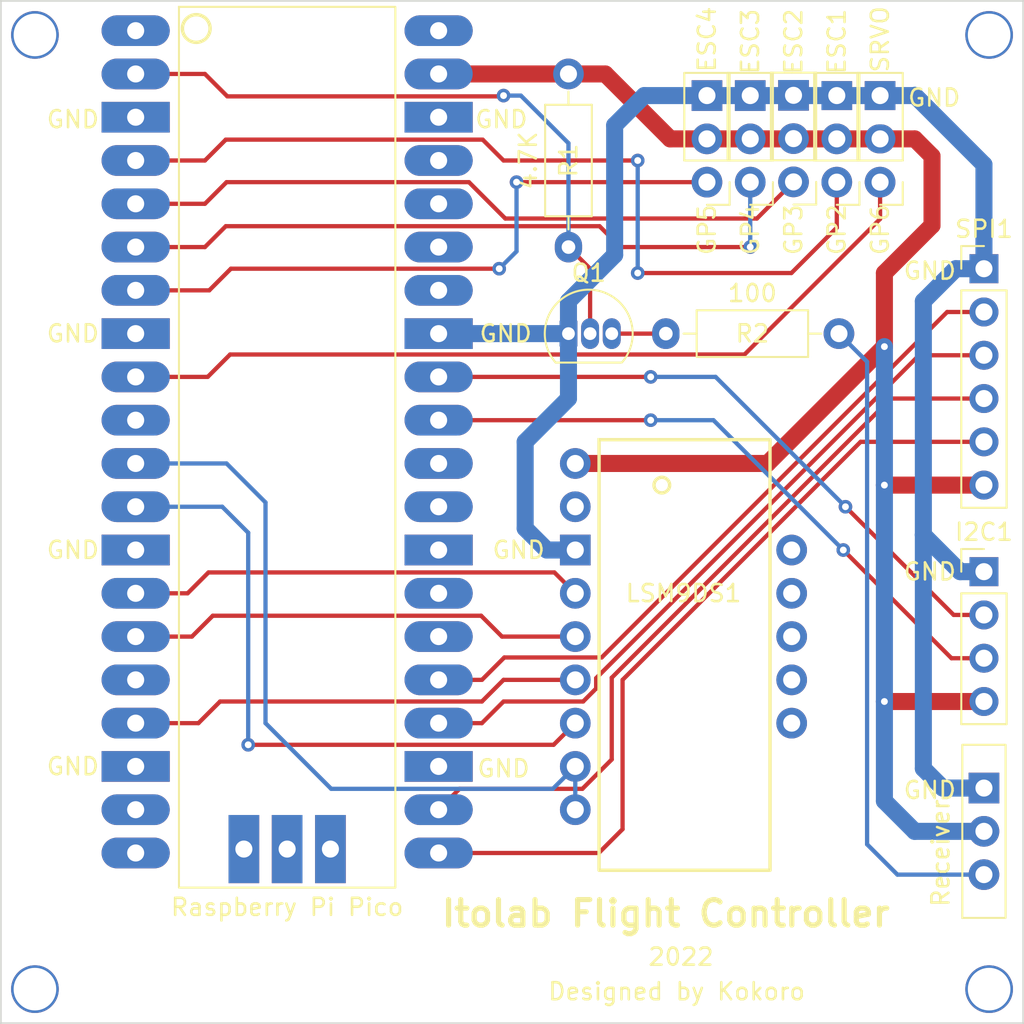
<source format=kicad_pcb>
(kicad_pcb (version 20211014) (generator pcbnew)
  (layers (0 "F.Cu" signal) (31 "B.Cu" signal) (34 "B.Paste" user) (35 "F.Paste" user) (36 "B.SilkS" user "B.Silkscreen") (37 "F.SilkS" user "F.Silkscreen") (38 "B.Mask" user) (39 "F.Mask" user) (44 "Edge.Cuts" user))
  (net 0 "")
  (net 1 "+6V")
  (net 2 "+3V3")
  (net 3 "Net-(R2-Pad1)")
  (net 4 "Net-(U1-Pad12)")
  (net 5 "Net-(U1-Pad14)")
  (net 6 "Net-(U1-Pad15)")
  (net 7 "Net-(U1-Pad17)")
  (net 25 "Net-(Q1-Pad3)")
  (net 27 "Net-(U2-Pad9)")
  (net 28 "GND")
  (net 29 "Net-(I2C1-Pad3)")
  (net 30 "Net-(SPI1-Pad4)")
  (net 33 "Net-(I2C1-Pad2)")
  (net 34 "Net-(Q1-Pad2)")
  (net 35 "Net-(SPI1-Pad5)")
  (net 36 "Net-(SPI1-Pad3)")
  (net 37 "Net-(SPI1-Pad2)")
  (net 39 "Net-(GP2-Pad1)")
  (net 40 "Net-(GP3-Pad1)")
  (net 41 "Net-(GP4-Pad1)")
  (net 42 "Net-(GP5-Pad1)")
  (net 43 "Net-(GP6-Pad1)")
  (footprint "Connector_PinHeader_2.54mm:PinHeader_1x03_P2.54mm_Vertical" (layer "F.Cu") (at 101.6 40.64 180)
    (fp_text reference "GP6" (at 0 -2.794 270) (layer "F.SilkS"))
    (fp_text value "SRVO" (at 0 8.382 270) (layer "F.SilkS"))
    (fp_line (start -1.33 -1.33) (end 0 -1.33) (layer "F.SilkS") (width 0.12))
    (fp_line (start -1.33 6.41) (end 1.33 6.41) (layer "F.SilkS") (width 0.12))
    (fp_line (start 1.33 1.27) (end 1.33 6.41) (layer "F.SilkS") (width 0.12))
    (fp_line (start -1.33 1.27) (end 1.33 1.27) (layer "F.SilkS") (width 0.12))
    (fp_line (start -1.33 1.27) (end -1.33 6.41) (layer "F.SilkS") (width 0.12))
    (fp_line (start -1.33 0) (end -1.33 -1.33) (layer "F.SilkS") (width 0.12))
    (pad "1" thru_hole circle (at 0 0 180) (size 1.8 1.8) (drill 1) (layers *.Cu *.Mask) (net 43 "Net-(GP6-Pad1)"))
    (pad "2" thru_hole oval (at 0 2.54 180) (size 1.8 1.7) (drill 1) (layers *.Cu *.Mask) (net 1 "+6V"))
    (pad "3" thru_hole rect (at 0 5.08 180) (size 1.8 1.7) (drill 1) (layers *.Cu *.Mask) (net 28 "GND"))
  )
  (footprint "Package_TO_SOT_THT:TO-92L_Inline" (layer "F.Cu") (at 83.312 49.53)
    (fp_text reference "Q1" (at 1.19 -3.56) (layer "F.SilkS"))
    (fp_text value "Q_NPN_CBE" hide)
    (fp_line (start -0.75 1.7) (end 3.1 1.7) (layer "F.SilkS") (width 0.12))
    (fp_arc (start -0.75 1.7) (mid 1.183448 -2.579449) (end 3.138611 1.690122) (layer "F.SilkS") (width 0.12))
    (pad "1" thru_hole rect (at 0 0) (size 1.05 1.5) (drill 0.75) (layers *.Cu *.Mask) (net 28 "GND"))
    (pad "2" thru_hole oval (at 1.27 0) (size 1.05 1.8) (drill 0.75) (layers *.Cu *.Mask) (net 34 "Net-(Q1-Pad2)"))
    (pad "3" thru_hole oval (at 2.54 0) (size 1.05 1.8) (drill 0.75) (layers *.Cu *.Mask) (net 25 "Net-(Q1-Pad3)"))
  )
  (footprint "drone_parts:Receiver" (layer "F.Cu") (at 102.616 81.28 90)
    (fp_text reference "U3")
    (fp_text value "Receiver" (at 1.27 2.54 90 unlocked) (layer "F.SilkS"))
    (fp_rect (start -2.54 3.81) (end 7.62 6.35) (layer "F.SilkS") (width 0.12) (fill none))
    (pad "1" thru_hole circle (at 0 5.08 90) (size 1.8 1.8) (drill 1) (layers *.Cu *.Mask) (net 3 "Net-(R2-Pad1)"))
    (pad "2" thru_hole circle (at 2.54 5.08 90) (size 1.8 1.8) (drill 1) (layers *.Cu *.Mask) (net 1 "+6V"))
    (pad "3" thru_hole rect (at 5.08 5.08 90) (size 1.8 1.8) (drill 1) (layers *.Cu *.Mask) (net 28 "GND"))
  )
  (footprint "drone_parts:Raspberry_Pi_Pico" (layer "F.Cu") (at 57.912 31.75)
    (fp_text reference "U1")
    (fp_text value "Raspberry Pi Pico" (at 8.89 51.435 unlocked) (layer "F.SilkS"))
    (fp_rect (start 2.54 -1.397) (end 15.24 50.292) (layer "F.SilkS") (width 0.12) (fill none))
    (fp_circle (center 3.556 -0.127) (end 4.369197 -0.127) (layer "F.SilkS") (width 0.2) (fill none))
    (pad "1" thru_hole oval (at 0 0) (size 4 1.8) (drill 1) (layers *.Cu *.Mask))
    (pad "2" thru_hole oval (at 0 2.54) (size 4 1.8) (drill 1) (layers *.Cu *.Mask) (net 34 "Net-(Q1-Pad2)"))
    (pad "3" thru_hole rect (at 0 5.08) (size 4 1.8) (drill 1) (layers *.Cu *.Mask))
    (pad "4" thru_hole oval (at 0 7.62) (size 4 1.8) (drill 1) (layers *.Cu *.Mask) (net 39 "Net-(GP2-Pad1)"))
    (pad "5" thru_hole oval (at 0 10.16) (size 4 1.8) (drill 1) (layers *.Cu *.Mask) (net 40 "Net-(GP3-Pad1)"))
    (pad "6" thru_hole oval (at 0 12.7) (size 4 1.8) (drill 1) (layers *.Cu *.Mask) (net 41 "Net-(GP4-Pad1)"))
    (pad "7" thru_hole oval (at 0 15.24) (size 4 1.8) (drill 1) (layers *.Cu *.Mask) (net 42 "Net-(GP5-Pad1)"))
    (pad "8" thru_hole rect (at 0 17.78) (size 4 1.8) (drill 1) (layers *.Cu *.Mask))
    (pad "9" thru_hole oval (at 0 20.32) (size 4 1.8) (drill 1) (layers *.Cu *.Mask) (net 43 "Net-(GP6-Pad1)"))
    (pad "10" thru_hole oval (at 0 22.86) (size 4 1.8) (drill 1) (layers *.Cu *.Mask))
    (pad "11" thru_hole oval (at 0 25.4) (size 4 1.8) (drill 1) (layers *.Cu *.Mask) (net 27 "Net-(U2-Pad9)"))
    (pad "12" thru_hole oval (at 0 27.94) (size 4 1.8) (drill 1) (layers *.Cu *.Mask) (net 4 "Net-(U1-Pad12)"))
    (pad "13" thru_hole rect (at 0 30.48) (size 4 1.8) (drill 1) (layers *.Cu *.Mask))
    (pad "14" thru_hole oval (at 0 33.02) (size 4 1.8) (drill 1) (layers *.Cu *.Mask) (net 5 "Net-(U1-Pad14)"))
    (pad "15" thru_hole oval (at 0 35.56) (size 4 1.8) (drill 1) (layers *.Cu *.Mask) (net 6 "Net-(U1-Pad15)"))
    (pad "16" thru_hole oval (at 0 38.1) (size 4 1.8) (drill 1) (layers *.Cu *.Mask))
    (pad "17" thru_hole oval (at 0 40.64) (size 4 1.8) (drill 1) (layers *.Cu *.Mask) (net 7 "Net-(U1-Pad17)"))
    (pad "18" thru_hole rect (at 0 43.18) (size 4 1.8) (drill 1) (layers *.Cu *.Mask))
    (pad "19" thru_hole oval (at 0 45.72) (size 4 1.8) (drill 1) (layers *.Cu *.Mask))
    (pad "20" thru_hole oval (at 0 48.26) (size 4 1.8) (drill 1) (layers *.Cu *.Mask))
    (pad "21" thru_hole oval (at 17.78 48.26) (size 4 1.8) (drill 1) (layers *.Cu *.Mask) (net 35 "Net-(SPI1-Pad5)"))
    (pad "22" thru_hole oval (at 17.78 45.72) (size 4 1.8) (drill 1) (layers *.Cu *.Mask) (net 30 "Net-(SPI1-Pad4)"))
    (pad "23" thru_hole rect (at 17.78 43.18) (size 4 1.8) (drill 1) (layers *.Cu *.Mask))
    (pad "24" thru_hole oval (at 17.78 40.64) (size 4 1.8) (drill 1) (layers *.Cu *.Mask) (net 36 "Net-(SPI1-Pad3)"))
    (pad "25" thru_hole oval (at 17.78 38.1) (size 4 1.8) (drill 1) (layers *.Cu *.Mask) (net 37 "Net-(SPI1-Pad2)"))
    (pad "26" thru_hole oval (at 17.78 35.56) (size 4 1.8) (drill 1) (layers *.Cu *.Mask))
    (pad "27" thru_hole oval (at 17.78 33.02) (size 4 1.8) (drill 1) (layers *.Cu *.Mask))
    (pad "28" thru_hole rect (at 17.78 30.48) (size 4 1.8) (drill 1) (layers *.Cu *.Mask))
    (pad "29" thru_hole oval (at 17.78 27.94) (size 4 1.8) (drill 1) (layers *.Cu *.Mask))
    (pad "30" thru_hole oval (at 17.78 25.4) (size 4 1.8) (drill 1) (layers *.Cu *.Mask))
    (pad "31" thru_hole oval (at 17.78 22.86) (size 4 1.8) (drill 1) (layers *.Cu *.Mask) (net 29 "Net-(I2C1-Pad3)"))
    (pad "32" thru_hole oval (at 17.78 20.32) (size 4 1.8) (drill 1) (layers *.Cu *.Mask) (net 33 "Net-(I2C1-Pad2)"))
    (pad "33" thru_hole rect (at 17.78 17.78) (size 4 1.8) (drill 1) (layers *.Cu *.Mask) (net 28 "GND"))
    (pad "34" thru_hole oval (at 17.78 15.24) (size 4 1.8) (drill 1) (layers *.Cu *.Mask))
    (pad "35" thru_hole oval (at 17.78 12.7) (size 4 1.8) (drill 1) (layers *.Cu *.Mask))
    (pad "36" thru_hole oval (at 17.78 10.16) (size 4 1.8) (drill 1) (layers *.Cu *.Mask) (net 2 "+3V3"))
    (pad "37" thru_hole oval (at 17.78 7.62) (size 4 1.8) (drill 1) (layers *.Cu *.Mask))
    (pad "38" thru_hole rect (at 17.78 5.08) (size 4 1.8) (drill 1) (layers *.Cu *.Mask))
    (pad "39" thru_hole oval (at 17.78 2.54) (size 4 1.8) (drill 1) (layers *.Cu *.Mask) (net 1 "+6V"))
    (pad "40" thru_hole oval (at 17.78 0) (size 4 1.8) (drill 1) (layers *.Cu *.Mask))
    (pad "41" thru_hole rect (at 8.89 48.03) (size 1.8 4) (drill 1) (layers *.Cu *.Mask))
    (pad "42" thru_hole rect (at 6.35 48.03) (size 1.8 4) (drill 1) (layers *.Cu *.Mask))
    (pad "43" thru_hole rect (at 11.43 48.03) (size 1.8 4) (drill 1) (layers *.Cu *.Mask))
  )
  (footprint "Resistor_THT:R_Axial_DIN0207_L6.3mm_D2.5mm_P10.16mm_Horizontal" (layer "F.Cu") (at 83.312 34.29 -90)
    (fp_text reference "R1" (at 5.08 0 90) (layer "F.SilkS"))
    (fp_text value "4.7K" (at 5.08 2.37 90) (layer "F.SilkS"))
    (fp_line (start 1.04 0) (end 1.81 0) (layer "F.SilkS") (width 0.12))
    (fp_line (start 1.81 1.37) (end 8.35 1.37) (layer "F.SilkS") (width 0.12))
    (fp_line (start 8.35 1.37) (end 8.35 -1.37) (layer "F.SilkS") (width 0.12))
    (fp_line (start 9.12 0) (end 8.35 0) (layer "F.SilkS") (width 0.12))
    (fp_line (start 1.81 -1.37) (end 1.81 1.37) (layer "F.SilkS") (width 0.12))
    (fp_line (start 8.35 -1.37) (end 1.81 -1.37) (layer "F.SilkS") (width 0.12))
    (pad "1" thru_hole circle (at 0 0 270) (size 1.8 1.8) (drill 1) (layers *.Cu *.Mask) (net 1 "+6V"))
    (pad "2" thru_hole oval (at 10.16 0 270) (size 1.8 1.6) (drill 0.8) (layers *.Cu *.Mask) (net 34 "Net-(Q1-Pad2)"))
  )
  (footprint "Resistor_THT:R_Axial_DIN0207_L6.3mm_D2.5mm_P10.16mm_Horizontal" (layer "F.Cu") (at 99.187 49.53 180)
    (fp_text reference "R2" (at 5.08 0) (layer "F.SilkS"))
    (fp_text value "100" (at 5.08 2.37) (layer "F.SilkS"))
    (fp_line (start 1.81 -1.37) (end 1.81 1.37) (layer "F.SilkS") (width 0.12))
    (fp_line (start 8.35 -1.37) (end 1.81 -1.37) (layer "F.SilkS") (width 0.12))
    (fp_line (start 1.81 1.37) (end 8.35 1.37) (layer "F.SilkS") (width 0.12))
    (fp_line (start 9.12 0) (end 8.35 0) (layer "F.SilkS") (width 0.12))
    (fp_line (start 1.04 0) (end 1.81 0) (layer "F.SilkS") (width 0.12))
    (fp_line (start 8.35 1.37) (end 8.35 -1.37) (layer "F.SilkS") (width 0.12))
    (pad "1" thru_hole circle (at 0 0 180) (size 1.8 1.8) (drill 1) (layers *.Cu *.Mask) (net 3 "Net-(R2-Pad1)"))
    (pad "2" thru_hole oval (at 10.16 0 180) (size 1.6 1.8) (drill 0.8) (layers *.Cu *.Mask) (net 25 "Net-(Q1-Pad3)"))
  )
  (footprint "drone_parts:LSM9DS1" (layer "F.Cu") (at 83.712 55.88)
    (fp_text reference "U2")
    (fp_text value "LSM9DS1" (at 6.35 8.89 unlocked) (layer "F.SilkS"))
    (fp_rect (start 1.397 -0.127) (end 11.43 25.146) (layer "F.SilkS") (width 0.2) (fill none))
    (fp_circle (center 5.08 2.54) (end 5.537905 2.54) (layer "F.SilkS") (width 0.2) (fill none))
    (pad "1" thru_hole circle (at 0 1.27) (size 1.8 1.8) (drill 1) (layers *.Cu *.Mask) (net 1 "+6V"))
    (pad "2" thru_hole circle (at 0 3.81) (size 1.8 1.8) (drill 1) (layers *.Cu *.Mask))
    (pad "3" thru_hole rect (at 0 6.35) (size 1.8 1.8) (drill 1) (layers *.Cu *.Mask) (net 28 "GND"))
    (pad "4" thru_hole circle (at 0 8.89) (size 1.8 1.8) (drill 1) (layers *.Cu *.Mask) (net 5 "Net-(U1-Pad14)"))
    (pad "5" thru_hole circle (at 0 11.43) (size 1.8 1.8) (drill 1) (layers *.Cu *.Mask) (net 6 "Net-(U1-Pad15)"))
    (pad "6" thru_hole circle (at 0 13.97) (size 1.8 1.8) (drill 1) (layers *.Cu *.Mask) (net 7 "Net-(U1-Pad17)"))
    (pad "7" thru_hole circle (at 0 16.51) (size 1.8 1.8) (drill 1) (layers *.Cu *.Mask) (net 4 "Net-(U1-Pad12)"))
    (pad "8" thru_hole circle (at 0 19.05) (size 1.8 1.8) (drill 1) (layers *.Cu *.Mask) (net 27 "Net-(U2-Pad9)"))
    (pad "9" thru_hole circle (at 0 21.59) (size 1.8 1.8) (drill 1) (layers *.Cu *.Mask) (net 27 "Net-(U2-Pad9)"))
    (pad "18" thru_hole circle (at 12.7 6.35) (size 1.8 1.8) (drill 1) (layers *.Cu *.Mask))
    (pad "19" thru_hole circle (at 12.7 8.89) (size 1.8 1.8) (drill 1) (layers *.Cu *.Mask))
    (pad "20" thru_hole circle (at 12.7 11.43) (size 1.8 1.8) (drill 1) (layers *.Cu *.Mask))
    (pad "21" thru_hole circle (at 12.7 13.97) (size 1.8 1.8) (drill 1) (layers *.Cu *.Mask))
    (pad "22" thru_hole circle (at 12.7 16.51) (size 1.8 1.8) (drill 1) (layers *.Cu *.Mask))
  )
  (footprint "Connector_PinHeader_2.54mm:PinHeader_1x03_P2.54mm_Vertical" (layer "F.Cu") (at 91.44 40.64 180)
    (fp_text reference "GP5" (at 0 -2.794 270) (layer "F.SilkS"))
    (fp_text value "ESC4" (at 0 8.382 270) (layer "F.SilkS"))
    (fp_line (start -1.33 -1.33) (end 0 -1.33) (layer "F.SilkS") (width 0.12))
    (fp_line (start -1.33 6.41) (end 1.33 6.41) (layer "F.SilkS") (width 0.12))
    (fp_line (start -1.33 0) (end -1.33 -1.33) (layer "F.SilkS") (width 0.12))
    (fp_line (start 1.33 1.27) (end 1.33 6.41) (layer "F.SilkS") (width 0.12))
    (fp_line (start -1.33 1.27) (end -1.33 6.41) (layer "F.SilkS") (width 0.12))
    (fp_line (start -1.33 1.27) (end 1.33 1.27) (layer "F.SilkS") (width 0.12))
    (pad "1" thru_hole circle (at 0 0 180) (size 1.8 1.8) (drill 1) (layers *.Cu *.Mask) (net 42 "Net-(GP5-Pad1)"))
    (pad "2" thru_hole circle (at 0 2.54 180) (size 1.8 1.8) (drill 1) (layers *.Cu *.Mask) (net 1 "+6V"))
    (pad "3" thru_hole rect (at 0 5.08 180) (size 1.8 1.8) (drill 1) (layers *.Cu *.Mask) (net 28 "GND"))
  )
  (footprint "Connector_PinHeader_2.54mm:PinHeader_1x03_P2.54mm_Vertical" (layer "F.Cu") (at 93.98 40.64 180)
    (fp_text reference "GP4" (at 0 -2.794 270) (layer "F.SilkS"))
    (fp_text value "ESC3" (at 0 8.255 270) (layer "F.SilkS"))
    (fp_line (start 1.33 1.27) (end 1.33 6.41) (layer "F.SilkS") (width 0.12))
    (fp_line (start -1.33 1.27) (end 1.33 1.27) (layer "F.SilkS") (width 0.12))
    (fp_line (start -1.33 6.41) (end 1.33 6.41) (layer "F.SilkS") (width 0.12))
    (fp_line (start -1.33 1.27) (end -1.33 6.41) (layer "F.SilkS") (width 0.12))
    (fp_line (start -1.33 0) (end -1.33 -1.33) (layer "F.SilkS") (width 0.12))
    (fp_line (start -1.33 -1.33) (end 0 -1.33) (layer "F.SilkS") (width 0.12))
    (pad "1" thru_hole circle (at 0 0 180) (size 1.8 1.8) (drill 1) (layers *.Cu *.Mask) (net 41 "Net-(GP4-Pad1)"))
    (pad "2" thru_hole circle (at 0 2.54 180) (size 1.8 1.8) (drill 1) (layers *.Cu *.Mask) (net 1 "+6V"))
    (pad "3" thru_hole rect (at 0 5.08 180) (size 1.8 1.8) (drill 1) (layers *.Cu *.Mask) (net 28 "GND"))
  )
  (footprint "Connector_PinHeader_2.54mm:PinHeader_1x06_P2.54mm_Vertical" (layer "F.Cu") (at 107.696 45.72)
    (fp_text reference "SPI1" (at 0 -2.33) (layer "F.SilkS"))
    (fp_text value "Conn_01x06_Male" hide)
    (fp_line (start -1.33 -1.33) (end 0 -1.33) (layer "F.SilkS") (width 0.12))
    (fp_line (start 1.33 1.27) (end 1.33 14.03) (layer "F.SilkS") (width 0.12))
    (fp_line (start -1.33 14.03) (end 1.33 14.03) (layer "F.SilkS") (width 0.12))
    (fp_line (start -1.33 1.27) (end 1.33 1.27) (layer "F.SilkS") (width 0.12))
    (fp_line (start -1.33 1.27) (end -1.33 14.03) (layer "F.SilkS") (width 0.12))
    (fp_line (start -1.33 0) (end -1.33 -1.33) (layer "F.SilkS") (width 0.12))
    (pad "1" thru_hole rect locked (at 0 0) (size 1.7 1.7) (drill 1) (layers *.Cu *.Mask) (net 28 "GND"))
    (pad "2" thru_hole oval locked (at 0 2.54) (size 1.7 1.7) (drill 1) (layers *.Cu *.Mask) (net 37 "Net-(SPI1-Pad2)"))
    (pad "3" thru_hole oval locked (at 0 5.08) (size 1.7 1.7) (drill 1) (layers *.Cu *.Mask) (net 36 "Net-(SPI1-Pad3)"))
    (pad "4" thru_hole oval locked (at 0 7.62) (size 1.7 1.7) (drill 1) (layers *.Cu *.Mask) (net 30 "Net-(SPI1-Pad4)"))
    (pad "5" thru_hole oval locked (at 0 10.16) (size 1.7 1.7) (drill 1) (layers *.Cu *.Mask) (net 35 "Net-(SPI1-Pad5)"))
    (pad "6" thru_hole oval locked (at 0 12.7) (size 1.7 1.7) (drill 1) (layers *.Cu *.Mask) (net 1 "+6V"))
  )
  (footprint "Connector_PinHeader_2.54mm:PinHeader_1x03_P2.54mm_Vertical" (layer "F.Cu") (at 96.52 40.625 180)
    (fp_text reference "GP3" (at 0 -2.809 270) (layer "F.SilkS"))
    (fp_text value "ESC2" (at 0 8.24 270) (layer "F.SilkS"))
    (fp_line (start -1.33 0) (end -1.33 -1.33) (layer "F.SilkS") (width 0.12))
    (fp_line (start -1.33 -1.33) (end 0 -1.33) (layer "F.SilkS") (width 0.12))
    (fp_line (start -1.33 1.27) (end 1.33 1.27) (layer "F.SilkS") (width 0.12))
    (fp_line (start -1.33 6.41) (end 1.33 6.41) (layer "F.SilkS") (width 0.12))
    (fp_line (start -1.33 1.27) (end -1.33 6.41) (layer "F.SilkS") (width 0.12))
    (fp_line (start 1.33 1.27) (end 1.33 6.41) (layer "F.SilkS") (width 0.12))
    (pad "1" thru_hole circle (at 0 0 180) (size 1.8 1.8) (drill 1) (layers *.Cu *.Mask) (net 40 "Net-(GP3-Pad1)"))
    (pad "2" thru_hole circle (at 0 2.54 180) (size 1.8 1.8) (drill 1) (layers *.Cu *.Mask) (net 1 "+6V"))
    (pad "3" thru_hole rect (at 0 5.08 180) (size 1.8 1.8) (drill 1) (layers *.Cu *.Mask) (net 28 "GND"))
  )
  (footprint "Connector_PinHeader_2.54mm:PinHeader_1x03_P2.54mm_Vertical" (layer "F.Cu") (at 99.06 40.64 180)
    (fp_text reference "GP2" (at 0 -2.794 270) (layer "F.SilkS"))
    (fp_text value "ESC1" (at 0 8.255 270) (layer "F.SilkS"))
    (fp_line (start -1.33 -1.33) (end 0 -1.33) (layer "F.SilkS") (width 0.12))
    (fp_line (start -1.33 6.41) (end 1.33 6.41) (layer "F.SilkS") (width 0.12))
    (fp_line (start -1.33 1.27) (end 1.33 1.27) (layer "F.SilkS") (width 0.12))
    (fp_line (start -1.33 1.27) (end -1.33 6.41) (layer "F.SilkS") (width 0.12))
    (fp_line (start -1.33 0) (end -1.33 -1.33) (layer "F.SilkS") (width 0.12))
    (fp_line (start 1.33 1.27) (end 1.33 6.41) (layer "F.SilkS") (width 0.12))
    (pad "1" thru_hole circle (at 0 0 180) (size 1.8 1.8) (drill 1) (layers *.Cu *.Mask) (net 39 "Net-(GP2-Pad1)"))
    (pad "2" thru_hole circle (at 0 2.54 180) (size 1.8 1.8) (drill 1) (layers *.Cu *.Mask) (net 1 "+6V"))
    (pad "3" thru_hole rect (at 0 5.08 180) (size 1.8 1.7) (drill 1) (layers *.Cu *.Mask) (net 28 "GND"))
  )
  (footprint "Connector_PinHeader_2.54mm:PinHeader_1x04_P2.54mm_Vertical" (layer "F.Cu") (at 107.696 63.5)
    (fp_text reference "I2C1" (at 0 -2.33) (layer "F.SilkS"))
    (fp_text value "Conn_01x04_Male" hide)
    (fp_line (start -1.33 0) (end -1.33 -1.33) (layer "F.SilkS") (width 0.12))
    (fp_line (start 1.33 1.27) (end 1.33 8.95) (layer "F.SilkS") (width 0.12))
    (fp_line (start -1.33 1.27) (end 1.33 1.27) (layer "F.SilkS") (width 0.12))
    (fp_line (start -1.33 -1.33) (end 0 -1.33) (layer "F.SilkS") (width 0.12))
    (fp_line (start -1.33 8.95) (end 1.33 8.95) (layer "F.SilkS") (width 0.12))
    (fp_line (start -1.33 1.27) (end -1.33 8.95) (layer "F.SilkS") (width 0.12))
    (pad "1" thru_hole rect locked (at 0 0) (size 1.7 1.7) (drill 1) (layers *.Cu *.Mask) (net 28 "GND"))
    (pad "2" thru_hole oval locked (at 0 2.54) (size 1.7 1.7) (drill 1) (layers *.Cu *.Mask) (net 33 "Net-(I2C1-Pad2)"))
    (pad "3" thru_hole oval locked (at 0 5.08) (size 1.7 1.7) (drill 1) (layers *.Cu *.Mask) (net 29 "Net-(I2C1-Pad3)"))
    (pad "4" thru_hole oval locked (at 0 7.62) (size 1.7 1.7) (drill 1) (layers *.Cu *.Mask) (net 1 "+6V"))
  )
  (gr_rect (start 50 30) (end 110 90) (layer "Edge.Cuts") (width 0.1) (fill none))
  (gr_text "GND" (at 54.229 49.53) (layer "F.SilkS") (effects (font (size 1 1))))
  (gr_text "GND" (at 54.229 74.93) (layer "F.SilkS") (effects (font (size 1 1))))
  (gr_text "Designed by Kokoro" (at 89.662 88.138) (layer "F.SilkS") (effects (font (size 1 1))))
  (gr_text "2022" (at 89.916 86.106) (layer "F.SilkS") (effects (font (size 1 1))))
  (gr_text "Itolab Flight Controller" (at 89.027 83.566) (layer "F.SilkS") (effects (font (size 1.5 1.5) (thickness 0.3))))
  (gr_text "GND" (at 104.775 35.687) (layer "F.SilkS") (effects (font (size 1 1))))
  (gr_text "GND" (at 80.391 62.23) (layer "F.SilkS") (effects (font (size 1 1))))
  (gr_text "GND" (at 104.521 76.327) (layer "F.SilkS") (effects (font (size 1 1))))
  (gr_text "GND" (at 104.521 45.847) (layer "F.SilkS") (effects (font (size 1 1))))
  (gr_text "GND" (at 54.229 36.957) (layer "F.SilkS") (effects (font (size 1 1))))
  (gr_text "GND" (at 79.629 49.53) (layer "F.SilkS") (effects (font (size 1 1))))
  (gr_text "GND" (at 79.375 36.957) (layer "F.SilkS") (effects (font (size 1 1))))
  (gr_text "GND" (at 79.502 75.057) (layer "F.SilkS") (effects (font (size 1 1))))
  (gr_text "GND" (at 54.229 62.23) (layer "F.SilkS") (effects (font (size 1 1))))
  (gr_text "GND" (at 104.521 63.5) (layer "F.SilkS") (effects (font (size 1 1))))
  (via (at 108 88) (size 2.8) (drill 2.5) (layers "F.Cu" "B.Cu") (net 0))
  (via (at 108 32) (size 2.8) (drill 2.5) (layers "F.Cu" "B.Cu") (net 0))
  (via (at 52 32) (size 2.8) (drill 2.5) (layers "F.Cu" "B.Cu") (net 0))
  (via (at 52 88) (size 2.8) (drill 2.5) (layers "F.Cu" "B.Cu") (net 0))
  (segment (start 103.632 38.1) (end 91.44 38.1) (width 1) (layer "F.Cu") (net 1))
  (segment (start 94.996 57.15) (end 83.712 57.15) (width 1) (layer "F.Cu") (net 1))
  (segment (start 101.854 58.42) (end 107.696 58.42) (width 1) (layer "F.Cu") (net 1))
  (segment (start 89.281 38.1) (end 85.471 34.29) (width 1) (layer "F.Cu") (net 1))
  (segment (start 83.312 34.29) (end 75.692 34.29) (width 1) (layer "F.Cu") (net 1))
  (segment (start 104.648 43.18) (end 104.648 39.116) (width 1) (layer "F.Cu") (net 1))
  (segment (start 101.854 45.974) (end 104.648 43.18) (width 1) (layer "F.Cu") (net 1))
  (segment (start 104.648 39.116) (end 103.632 38.1) (width 1) (layer "F.Cu") (net 1))
  (segment (start 101.854 71.12) (end 107.696 71.12) (width 1) (layer "F.Cu") (net 1))
  (segment (start 91.44 38.1) (end 89.281 38.1) (width 1) (layer "F.Cu") (net 1))
  (segment (start 101.854 50.292) (end 94.996 57.15) (width 1) (layer "F.Cu") (net 1))
  (segment (start 101.854 50.292) (end 101.854 45.974) (width 1) (layer "F.Cu") (net 1))
  (segment (start 85.471 34.29) (end 83.312 34.29) (width 1) (layer "F.Cu") (net 1))
  (via (at 101.854 71.12) (size 0.8) (drill 0.4) (layers "F.Cu" "B.Cu") (net 1))
  (via (at 101.854 50.292) (size 0.8) (drill 0.4) (layers "F.Cu" "B.Cu") (net 1))
  (via (at 101.854 58.42) (size 0.8) (drill 0.4) (layers "F.Cu" "B.Cu") (net 1))
  (segment (start 101.854 71.12) (end 101.854 76.962) (width 1) (layer "B.Cu") (net 1))
  (segment (start 101.854 50.292) (end 101.854 58.42) (width 1) (layer "B.Cu") (net 1))
  (segment (start 103.632 78.74) (end 107.696 78.74) (width 1) (layer "B.Cu") (net 1))
  (segment (start 101.854 58.42) (end 101.854 71.12) (width 1) (layer "B.Cu") (net 1))
  (segment (start 101.854 76.962) (end 103.632 78.74) (width 1) (layer "B.Cu") (net 1))
  (segment (start 100.838 79.502) (end 102.616 81.28) (width 0.25) (layer "B.Cu") (net 3))
  (segment (start 100.838 51.181) (end 100.838 79.502) (width 0.25) (layer "B.Cu") (net 3))
  (segment (start 100.838 51.181) (end 99.187 49.53) (width 0.25) (layer "B.Cu") (net 3))
  (segment (start 102.616 81.28) (end 107.696 81.28) (width 0.25) (layer "B.Cu") (net 3))
  (segment (start 64.516 73.66) (end 82.442 73.66) (width 0.25) (layer "F.Cu") (net 4))
  (segment (start 82.442 73.66) (end 83.712 72.39) (width 0.25) (layer "F.Cu") (net 4))
  (via (at 64.516 73.66) (size 0.8) (drill 0.4) (layers "F.Cu" "B.Cu") (net 4))
  (segment (start 62.992 59.69) (end 57.912 59.69) (width 0.25) (layer "B.Cu") (net 4))
  (segment (start 64.516 73.66) (end 64.516 61.214) (width 0.25) (layer "B.Cu") (net 4))
  (segment (start 64.516 61.214) (end 62.992 59.69) (width 0.25) (layer "B.Cu") (net 4))
  (segment (start 83.712 64.77) (end 82.48748 63.54548) (width 0.25) (layer "F.Cu") (net 5))
  (segment (start 62.18452 63.54548) (end 60.96 64.77) (width 0.25) (layer "F.Cu") (net 5))
  (segment (start 82.48748 63.54548) (end 62.18452 63.54548) (width 0.25) (layer "F.Cu") (net 5))
  (segment (start 60.96 64.77) (end 57.912 64.77) (width 0.25) (layer "F.Cu") (net 5))
  (segment (start 61.214 67.31) (end 62.43852 66.08548) (width 0.25) (layer "F.Cu") (net 6))
  (segment (start 62.43852 66.08548) (end 78.18652 66.08548) (width 0.25) (layer "F.Cu") (net 6))
  (segment (start 78.18652 66.08548) (end 79.41104 67.31) (width 0.25) (layer "F.Cu") (net 6))
  (segment (start 57.912 67.31) (end 61.214 67.31) (width 0.25) (layer "F.Cu") (net 6))
  (segment (start 79.41104 67.31) (end 83.712 67.31) (width 0.25) (layer "F.Cu") (net 6))
  (segment (start 57.912 72.39) (end 61.595 72.39) (width 0.25) (layer "F.Cu") (net 7))
  (segment (start 61.595 72.39) (end 62.865 71.12) (width 0.25) (layer "F.Cu") (net 7))
  (segment (start 78.232 71.12) (end 79.502 69.85) (width 0.25) (layer "F.Cu") (net 7))
  (segment (start 79.502 69.85) (end 83.712 69.85) (width 0.25) (layer "F.Cu") (net 7))
  (segment (start 62.865 71.12) (end 78.232 71.12) (width 0.25) (layer "F.Cu") (net 7))
  (segment (start 89.027 49.53) (end 85.852 49.53) (width 0.25) (layer "F.Cu") (net 25))
  (segment (start 69.38748 76.24548) (end 65.532 72.39) (width 0.25) (layer "B.Cu") (net 27))
  (segment (start 82.39652 76.24548) (end 69.38748 76.24548) (width 0.25) (layer "B.Cu") (net 27))
  (segment (start 65.532 72.39) (end 65.532 59.436) (width 0.25) (layer "B.Cu") (net 27))
  (segment (start 83.712 74.93) (end 82.39652 76.24548) (width 0.25) (layer "B.Cu") (net 27))
  (segment (start 83.712 74.93) (end 83.712 77.47) (width 0.25) (layer "B.Cu") (net 27))
  (segment (start 65.532 59.436) (end 63.246 57.15) (width 0.25) (layer "B.Cu") (net 27))
  (segment (start 63.246 57.15) (end 57.912 57.15) (width 0.25) (layer "B.Cu") (net 27))
  (segment (start 107.696 39.609) (end 107.696 45.72) (width 1) (layer "B.Cu") (net 28))
  (segment (start 103.632 35.545) (end 103.617 35.56) (width 1) (layer "B.Cu") (net 28))
  (segment (start 82.042 62.23) (end 83.712 62.23) (width 1) (layer "B.Cu") (net 28))
  (segment (start 86.022489 44.914511) (end 86.022489 37.299511) (width 1) (layer "B.Cu") (net 28))
  (segment (start 82.042 62.23) (end 80.772 60.96) (width 1) (layer "B.Cu") (net 28))
  (segment (start 105.283 76.2) (end 107.696 76.2) (width 1) (layer "B.Cu") (net 28))
  (segment (start 103.617 35.56) (end 87.762 35.56) (width 1) (layer "B.Cu") (net 28))
  (segment (start 106.045 45.72) (end 104.14 47.625) (width 1) (layer "B.Cu") (net 28))
  (segment (start 107.696 39.609) (end 103.632 35.545) (width 1) (layer "B.Cu") (net 28))
  (segment (start 80.772 55.88) (end 83.312 53.34) (width 1) (layer "B.Cu") (net 28))
  (segment (start 104.14 75.057) (end 105.283 76.2) (width 1) (layer "B.Cu") (net 28))
  (segment (start 83.312 49.53) (end 75.692 49.53) (width 1) (layer "B.Cu") (net 28))
  (segment (start 107.696 63.5) (end 106.299 63.5) (width 1) (layer "B.Cu") (net 28))
  (segment (start 83.312 47.625) (end 86.022489 44.914511) (width 1) (layer "B.Cu") (net 28))
  (segment (start 104.14 61.341) (end 104.14 75.057) (width 1) (layer "B.Cu") (net 28))
  (segment (start 104.14 47.625) (end 104.14 61.341) (width 1) (layer "B.Cu") (net 28))
  (segment (start 83.312 49.53) (end 83.312 47.625) (width 1) (layer "B.Cu") (net 28))
  (segment (start 106.299 63.5) (end 104.14 61.341) (width 1) (layer "B.Cu") (net 28))
  (segment (start 83.312 53.34) (end 83.312 49.53) (width 1) (layer "B.Cu") (net 28))
  (segment (start 86.022489 37.299511) (end 87.762 35.56) (width 1) (layer "B.Cu") (net 28))
  (segment (start 107.696 45.72) (end 106.045 45.72) (width 1) (layer "B.Cu") (net 28))
  (segment (start 80.772 60.96) (end 80.772 55.88) (width 1) (layer "B.Cu") (net 28))
  (segment (start 105.791 68.58) (end 107.696 68.58) (width 0.25) (layer "F.Cu") (net 29))
  (segment (start 88.138 54.61) (end 75.692 54.61) (width 0.25) (layer "F.Cu") (net 29))
  (segment (start 99.441 62.23) (end 105.791 68.58) (width 0.25) (layer "F.Cu") (net 29))
  (via (at 88.138 54.61) (size 0.8) (drill 0.4) (layers "F.Cu" "B.Cu") (net 29))
  (via (at 99.441 62.23) (size 0.8) (drill 0.4) (layers "F.Cu" "B.Cu") (net 29))
  (segment (start 91.821 54.61) (end 88.138 54.61) (width 0.25) (layer "B.Cu") (net 29))
  (segment (start 99.441 62.23) (end 91.821 54.61) (width 0.25) (layer "B.Cu") (net 29))
  (segment (start 76.916511 76.245489) (end 75.692 77.47) (width 0.25) (layer "F.Cu") (net 30))
  (segment (start 85.852 69.723) (end 85.852 74.521721) (width 0.25) (layer "F.Cu") (net 30))
  (segment (start 85.852 74.521721) (end 84.128232 76.245489) (width 0.25) (layer "F.Cu") (net 30))
  (segment (start 107.696 53.34) (end 102.235 53.34) (width 0.25) (layer "F.Cu") (net 30))
  (segment (start 84.128232 76.245489) (end 76.916511 76.245489) (width 0.25) (layer "F.Cu") (net 30))
  (segment (start 102.235 53.34) (end 85.852 69.723) (width 0.25) (layer "F.Cu") (net 30))
  (segment (start 88.138 52.07) (end 75.692 52.07) (width 0.25) (layer "F.Cu") (net 33))
  (segment (start 105.918 66.04) (end 107.696 66.04) (width 0.25) (layer "F.Cu") (net 33))
  (segment (start 99.568 59.69) (end 105.918 66.04) (width 0.25) (layer "F.Cu") (net 33))
  (via (at 99.568 59.69) (size 0.8) (drill 0.4) (layers "F.Cu" "B.Cu") (net 33))
  (via (at 88.138 52.07) (size 0.8) (drill 0.4) (layers "F.Cu" "B.Cu") (net 33))
  (segment (start 91.948 52.07) (end 88.138 52.07) (width 0.25) (layer "B.Cu") (net 33))
  (segment (start 99.568 59.69) (end 91.948 52.07) (width 0.25) (layer "B.Cu") (net 33))
  (segment (start 79.502 35.56) (end 79.45652 35.60548) (width 0.25) (layer "F.Cu") (net 34))
  (segment (start 63.29148 35.60548) (end 61.976 34.29) (width 0.25) (layer "F.Cu") (net 34))
  (segment (start 61.976 34.29) (end 57.912 34.29) (width 0.25) (layer "F.Cu") (net 34))
  (segment (start 84.582 45.72) (end 84.582 49.53) (width 0.25) (layer "F.Cu") (net 34))
  (segment (start 79.45652 35.60548) (end 63.29148 35.60548) (width 0.25) (layer "F.Cu") (net 34))
  (segment (start 83.312 44.45) (end 84.582 45.72) (width 0.25) (layer "F.Cu") (net 34))
  (via (at 79.502 35.56) (size 0.8) (drill 0.4) (layers "F.Cu" "B.Cu") (net 34))
  (segment (start 80.518 35.56) (end 83.312 38.354) (width 0.25) (layer "B.Cu") (net 34))
  (segment (start 79.502 35.56) (end 80.518 35.56) (width 0.25) (layer "B.Cu") (net 34))
  (segment (start 83.312 38.354) (end 83.312 44.45) (width 0.25) (layer "B.Cu") (net 34))
  (segment (start 85.09 80.01) (end 75.692 80.01) (width 0.25) (layer "F.Cu") (net 35))
  (segment (start 86.487 78.613) (end 85.09 80.01) (width 0.25) (layer "F.Cu") (net 35))
  (segment (start 100.457 55.88) (end 86.487 69.85) (width 0.25) (layer "F.Cu") (net 35))
  (segment (start 107.696 55.88) (end 100.457 55.88) (width 0.25) (layer "F.Cu") (net 35))
  (segment (start 86.487 69.85) (end 86.487 78.613) (width 0.25) (layer "F.Cu") (net 35))
  (segment (start 84.173721 71.12) (end 79.502 71.12) (width 0.25) (layer "F.Cu") (net 36))
  (segment (start 103.886 50.8) (end 84.936511 69.749489) (width 0.25) (layer "F.Cu") (net 36))
  (segment (start 79.502 71.12) (end 78.232 72.39) (width 0.25) (layer "F.Cu") (net 36))
  (segment (start 84.936511 70.35721) (end 84.173721 71.12) (width 0.25) (layer "F.Cu") (net 36))
  (segment (start 78.232 72.39) (end 75.692 72.39) (width 0.25) (layer "F.Cu") (net 36))
  (segment (start 107.696 50.8) (end 103.886 50.8) (width 0.25) (layer "F.Cu") (net 36))
  (segment (start 84.936511 69.749489) (end 84.936511 70.35721) (width 0.25) (layer "F.Cu") (net 36))
  (segment (start 105.537 48.26) (end 85.262489 68.534511) (width 0.25) (layer "F.Cu") (net 37))
  (segment (start 78.232 69.85) (end 75.692 69.85) (width 0.25) (layer "F.Cu") (net 37))
  (segment (start 107.696 48.26) (end 105.537 48.26) (width 0.25) (layer "F.Cu") (net 37))
  (segment (start 79.547489 68.534511) (end 78.232 69.85) (width 0.25) (layer "F.Cu") (net 37))
  (segment (start 85.262489 68.534511) (end 79.547489 68.534511) (width 0.25) (layer "F.Cu") (net 37))
  (segment (start 63.20052 38.14548) (end 61.976 39.37) (width 0.25) (layer "F.Cu") (net 39))
  (segment (start 87.376 39.37) (end 79.502 39.37) (width 0.25) (layer "F.Cu") (net 39))
  (segment (start 99.06 40.64) (end 99.06 43.309792) (width 0.25) (layer "F.Cu") (net 39))
  (segment (start 87.376 45.974) (end 96.395792 45.974) (width 0.25) (layer "F.Cu") (net 39))
  (segment (start 99.06 43.309792) (end 96.395792 45.974) (width 0.25) (layer "F.Cu") (net 39))
  (segment (start 61.976 39.37) (end 57.912 39.37) (width 0.25) (layer "F.Cu") (net 39))
  (segment (start 78.27748 38.14548) (end 63.20052 38.14548) (width 0.25) (layer "F.Cu") (net 39))
  (segment (start 79.502 39.37) (end 78.27748 38.14548) (width 0.25) (layer "F.Cu") (net 39))
  (via (at 87.376 39.37) (size 0.8) (drill 0.4) (layers "F.Cu" "B.Cu") (net 39))
  (via (at 87.376 45.974) (size 0.8) (drill 0.4) (layers "F.Cu" "B.Cu") (net 39))
  (segment (start 87.376 45.974) (end 87.376 39.37) (width 0.25) (layer "B.Cu") (net 39))
  (segment (start 94.36904 42.77596) (end 79.60596 42.77596) (width 0.25) (layer "F.Cu") (net 40))
  (segment (start 77.47 40.64) (end 63.246 40.64) (width 0.25) (layer "F.Cu") (net 40))
  (segment (start 61.976 41.91) (end 57.912 41.91) (width 0.25) (layer "F.Cu") (net 40))
  (segment (start 96.52 40.625) (end 94.36904 42.77596) (width 0.25) (layer "F.Cu") (net 40))
  (segment (start 79.60596 42.77596) (end 77.47 40.64) (width 0.25) (layer "F.Cu") (net 40))
  (segment (start 63.246 40.64) (end 61.976 41.91) (width 0.25) (layer "F.Cu") (net 40))
  (segment (start 85.13548 43.22548) (end 86.36 44.45) (width 0.25) (layer "F.Cu") (net 41))
  (segment (start 61.976 44.45) (end 63.20052 43.22548) (width 0.25) (layer "F.Cu") (net 41))
  (segment (start 63.20052 43.22548) (end 85.13548 43.22548) (width 0.25) (layer "F.Cu") (net 41))
  (segment (start 86.36 44.45) (end 93.98 44.45) (width 0.25) (layer "F.Cu") (net 41))
  (segment (start 57.912 44.45) (end 61.976 44.45) (width 0.25) (layer "F.Cu") (net 41))
  (via (at 93.98 44.45) (size 0.8) (drill 0.4) (layers "F.Cu" "B.Cu") (net 41))
  (segment (start 93.98 40.64) (end 93.98 44.45) (width 0.25) (layer "B.Cu") (net 41))
  (segment (start 62.23 46.99) (end 57.912 46.99) (width 0.25) (layer "F.Cu") (net 42))
  (segment (start 63.5 45.72) (end 62.23 46.99) (width 0.25) (layer "F.Cu") (net 42))
  (segment (start 79.248 45.72) (end 63.5 45.72) (width 0.25) (layer "F.Cu") (net 42))
  (segment (start 80.264 40.64) (end 91.44 40.64) (width 0.25) (layer "F.Cu") (net 42))
  (via (at 79.248 45.72) (size 0.8) (drill 0.4) (layers "F.Cu" "B.Cu") (net 42))
  (via (at 80.264 40.64) (size 0.8) (drill 0.4) (layers "F.Cu" "B.Cu") (net 42))
  (segment (start 80.264 40.64) (end 80.264 44.704) (width 0.25) (layer "B.Cu") (net 42))
  (segment (start 80.264 44.704) (end 79.248 45.72) (width 0.25) (layer "B.Cu") (net 42))
  (segment (start 101.6 42.799) (end 101.6 40.64) (width 0.25) (layer "F.Cu") (net 43))
  (segment (start 63.45452 50.75452) (end 62.13904 52.07) (width 0.25) (layer "F.Cu") (net 43))
  (segment (start 62.13904 52.07) (end 57.912 52.07) (width 0.25) (layer "F.Cu") (net 43))
  (segment (start 63.45452 50.75452) (end 93.64448 50.75452) (width 0.25) (layer "F.Cu") (net 43))
  (segment (start 93.64448 50.75452) (end 101.6 42.799) (width 0.25) (layer "F.Cu") (net 43))
)
</source>
